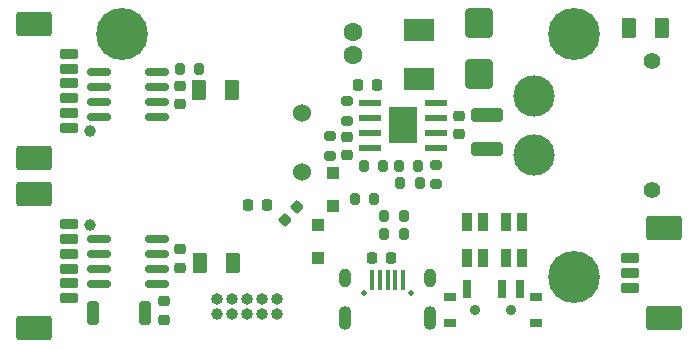
<source format=gts>
G04 #@! TF.GenerationSoftware,KiCad,Pcbnew,8.0.1*
G04 #@! TF.CreationDate,2024-03-31T00:43:18+03:00*
G04 #@! TF.ProjectId,Master board,4d617374-6572-4206-926f-6172642e6b69,rev?*
G04 #@! TF.SameCoordinates,Original*
G04 #@! TF.FileFunction,Soldermask,Top*
G04 #@! TF.FilePolarity,Negative*
%FSLAX46Y46*%
G04 Gerber Fmt 4.6, Leading zero omitted, Abs format (unit mm)*
G04 Created by KiCad (PCBNEW 8.0.1) date 2024-03-31 00:43:18*
%MOMM*%
%LPD*%
G01*
G04 APERTURE LIST*
G04 Aperture macros list*
%AMRoundRect*
0 Rectangle with rounded corners*
0 $1 Rounding radius*
0 $2 $3 $4 $5 $6 $7 $8 $9 X,Y pos of 4 corners*
0 Add a 4 corners polygon primitive as box body*
4,1,4,$2,$3,$4,$5,$6,$7,$8,$9,$2,$3,0*
0 Add four circle primitives for the rounded corners*
1,1,$1+$1,$2,$3*
1,1,$1+$1,$4,$5*
1,1,$1+$1,$6,$7*
1,1,$1+$1,$8,$9*
0 Add four rect primitives between the rounded corners*
20,1,$1+$1,$2,$3,$4,$5,0*
20,1,$1+$1,$4,$5,$6,$7,0*
20,1,$1+$1,$6,$7,$8,$9,0*
20,1,$1+$1,$8,$9,$2,$3,0*%
G04 Aperture macros list end*
%ADD10C,1.600000*%
%ADD11RoundRect,0.225000X0.250000X-0.225000X0.250000X0.225000X-0.250000X0.225000X-0.250000X-0.225000X0*%
%ADD12C,0.500000*%
%ADD13R,0.400000X1.800000*%
%ADD14O,1.090000X2.000000*%
%ADD15O,1.050000X1.600000*%
%ADD16RoundRect,0.200000X-0.600000X0.200000X-0.600000X-0.200000X0.600000X-0.200000X0.600000X0.200000X0*%
%ADD17RoundRect,0.250001X-1.249999X0.799999X-1.249999X-0.799999X1.249999X-0.799999X1.249999X0.799999X0*%
%ADD18C,0.900000*%
%ADD19R,0.700000X1.500000*%
%ADD20R,1.000000X0.800000*%
%ADD21RoundRect,0.250000X-0.375000X-0.625000X0.375000X-0.625000X0.375000X0.625000X-0.375000X0.625000X0*%
%ADD22RoundRect,0.250000X0.250000X-0.750000X0.250000X0.750000X-0.250000X0.750000X-0.250000X-0.750000X0*%
%ADD23R,2.500000X1.900000*%
%ADD24C,1.000000*%
%ADD25O,1.000000X1.000000*%
%ADD26RoundRect,0.225000X-0.017678X0.335876X-0.335876X0.017678X0.017678X-0.335876X0.335876X-0.017678X0*%
%ADD27RoundRect,0.200000X-0.200000X-0.275000X0.200000X-0.275000X0.200000X0.275000X-0.200000X0.275000X0*%
%ADD28C,1.524000*%
%ADD29RoundRect,0.250000X-0.300000X0.300000X-0.300000X-0.300000X0.300000X-0.300000X0.300000X0.300000X0*%
%ADD30RoundRect,0.250000X0.300000X-0.300000X0.300000X0.300000X-0.300000X0.300000X-0.300000X-0.300000X0*%
%ADD31C,0.700000*%
%ADD32C,4.400000*%
%ADD33RoundRect,0.225000X-0.225000X-0.250000X0.225000X-0.250000X0.225000X0.250000X-0.225000X0.250000X0*%
%ADD34RoundRect,0.250000X0.375000X0.625000X-0.375000X0.625000X-0.375000X-0.625000X0.375000X-0.625000X0*%
%ADD35RoundRect,0.250000X1.100000X-0.325000X1.100000X0.325000X-1.100000X0.325000X-1.100000X-0.325000X0*%
%ADD36R,0.900000X1.500000*%
%ADD37RoundRect,0.150000X0.825000X0.150000X-0.825000X0.150000X-0.825000X-0.150000X0.825000X-0.150000X0*%
%ADD38RoundRect,0.225000X-0.250000X0.225000X-0.250000X-0.225000X0.250000X-0.225000X0.250000X0.225000X0*%
%ADD39RoundRect,0.200000X0.200000X0.275000X-0.200000X0.275000X-0.200000X-0.275000X0.200000X-0.275000X0*%
%ADD40R,1.910000X0.610000*%
%ADD41R,1.205000X1.550000*%
%ADD42RoundRect,0.200000X0.600000X-0.200000X0.600000X0.200000X-0.600000X0.200000X-0.600000X-0.200000X0*%
%ADD43RoundRect,0.250001X1.249999X-0.799999X1.249999X0.799999X-1.249999X0.799999X-1.249999X-0.799999X0*%
%ADD44RoundRect,0.200000X0.275000X-0.200000X0.275000X0.200000X-0.275000X0.200000X-0.275000X-0.200000X0*%
%ADD45RoundRect,0.250000X0.900000X-1.000000X0.900000X1.000000X-0.900000X1.000000X-0.900000X-1.000000X0*%
%ADD46C,1.400000*%
%ADD47C,3.500000*%
%ADD48RoundRect,0.225000X0.225000X0.250000X-0.225000X0.250000X-0.225000X-0.250000X0.225000X-0.250000X0*%
G04 APERTURE END LIST*
D10*
X136436250Y-70427613D03*
X136436250Y-68427613D03*
D11*
X121844000Y-74530000D03*
X121844000Y-72980000D03*
D12*
X141412000Y-90534000D03*
X137412000Y-90534000D03*
D13*
X138112000Y-89434000D03*
X138762000Y-89434000D03*
X139412000Y-89434000D03*
X140062000Y-89434000D03*
X140712000Y-89434000D03*
D14*
X143012000Y-92684000D03*
D15*
X143012000Y-89234000D03*
D14*
X135812000Y-92684000D03*
D15*
X135812000Y-89234000D03*
D16*
X112399000Y-84732000D03*
X112399000Y-85982000D03*
X112399000Y-87232000D03*
X112399000Y-88482000D03*
X112399000Y-89732000D03*
X112399000Y-90982000D03*
D17*
X109499000Y-82182000D03*
X109499000Y-93532000D03*
D18*
X146842000Y-92007000D03*
X149842000Y-92007000D03*
D19*
X146092000Y-90247000D03*
X149092000Y-90247000D03*
X150592000Y-90247000D03*
D20*
X144692000Y-90897000D03*
X144692000Y-93107000D03*
X151992000Y-90897000D03*
X151992000Y-93107000D03*
D21*
X159866500Y-68091000D03*
X162666500Y-68091000D03*
D22*
X114427000Y-92235000D03*
X118877000Y-92235000D03*
D23*
X142043250Y-72400500D03*
X142043250Y-68300500D03*
D24*
X124991000Y-92310000D03*
D25*
X124991000Y-91040000D03*
X126261000Y-92310000D03*
X126261000Y-91040000D03*
X127531000Y-92310000D03*
X127531000Y-91040000D03*
X128801000Y-92310000D03*
X128801000Y-91040000D03*
X130071000Y-92310000D03*
X130071000Y-91040000D03*
D11*
X121870000Y-88404000D03*
X121870000Y-86854000D03*
D26*
X131778000Y-83240499D03*
X130681984Y-84336515D03*
D27*
X139117000Y-85557000D03*
X140767000Y-85557000D03*
D11*
X145463500Y-77110000D03*
X145463500Y-75560000D03*
D28*
X132147000Y-80269000D03*
X132147000Y-75269000D03*
D29*
X133487000Y-84784501D03*
X133487000Y-87584499D03*
D27*
X136630000Y-82591000D03*
X138280000Y-82591000D03*
D30*
X134798000Y-83171000D03*
X134798000Y-80371000D03*
D31*
X115249000Y-68597000D03*
X115732274Y-67430274D03*
X115732274Y-69763726D03*
X116899000Y-66947000D03*
D32*
X116899000Y-68597000D03*
D31*
X116899000Y-70247000D03*
X118065726Y-67430274D03*
X118065726Y-69763726D03*
X118549000Y-68597000D03*
D33*
X138112000Y-87574499D03*
X139662000Y-87574499D03*
D34*
X126255000Y-73396000D03*
X123455000Y-73396000D03*
D21*
X123486000Y-88007000D03*
X126286000Y-88007000D03*
D33*
X136932250Y-72906000D03*
X138482250Y-72906000D03*
D35*
X147830000Y-78385000D03*
X147830000Y-75435000D03*
D16*
X112399000Y-70292000D03*
X112399000Y-71542000D03*
X112399000Y-72792000D03*
X112399000Y-74042000D03*
X112399000Y-75292000D03*
X112399000Y-76542000D03*
D17*
X109499000Y-67742000D03*
X109499000Y-79092000D03*
D36*
X146118001Y-84524000D03*
X147518001Y-84524000D03*
X146118001Y-87624000D03*
X147518001Y-87624000D03*
D37*
X119905000Y-89757000D03*
X119905000Y-88487000D03*
X119905000Y-87217000D03*
X119905000Y-85947000D03*
X114955000Y-85947000D03*
X114955000Y-87217000D03*
X114955000Y-88487000D03*
X114955000Y-89757000D03*
D38*
X120456000Y-91258000D03*
X120456000Y-92808000D03*
D37*
X119886000Y-75660000D03*
X119886000Y-74390000D03*
X119886000Y-73120000D03*
X119886000Y-71850000D03*
X114936000Y-71850000D03*
X114936000Y-73120000D03*
X114936000Y-74390000D03*
X114936000Y-75660000D03*
D27*
X139117000Y-84054000D03*
X140767000Y-84054000D03*
X140486000Y-81250000D03*
X142136000Y-81250000D03*
D39*
X141994500Y-79770000D03*
X140344500Y-79770000D03*
D40*
X137945500Y-74431000D03*
X137945500Y-75701000D03*
X137945500Y-76971000D03*
X137945500Y-78241000D03*
X143505500Y-78241000D03*
X143505500Y-76971000D03*
X143505500Y-75701000D03*
X143505500Y-74431000D03*
D41*
X140123000Y-75561000D03*
X140123000Y-77111000D03*
X141328000Y-75561000D03*
X141328000Y-77111000D03*
D42*
X159899000Y-90117000D03*
X159899000Y-88867000D03*
X159899000Y-87617000D03*
D43*
X162799000Y-92667000D03*
X162799000Y-85067000D03*
D44*
X143524000Y-81345000D03*
X143524000Y-79695000D03*
D36*
X149419499Y-84524000D03*
X150819499Y-84524000D03*
X149419499Y-87624000D03*
X150819499Y-87624000D03*
D45*
X147173250Y-71997000D03*
X147173250Y-67697000D03*
D39*
X139034500Y-79770000D03*
X137384500Y-79770000D03*
D44*
X134530000Y-78912000D03*
X134530000Y-77262000D03*
D46*
X161799000Y-70865000D03*
X161799000Y-81865000D03*
D47*
X151799000Y-78865000D03*
X151799000Y-73865000D03*
D11*
X135993000Y-78862000D03*
X135993000Y-77312000D03*
D31*
X153549000Y-89197000D03*
X154032274Y-88030274D03*
X154032274Y-90363726D03*
X155199000Y-87547000D03*
D32*
X155199000Y-89197000D03*
D31*
X155199000Y-90847000D03*
X156365726Y-88030274D03*
X156365726Y-90363726D03*
X156849000Y-89197000D03*
D48*
X129176000Y-83093000D03*
X127626000Y-83093000D03*
D39*
X123474500Y-71544000D03*
X121824500Y-71544000D03*
D44*
X135993000Y-75948000D03*
X135993000Y-74298000D03*
D31*
X153549000Y-68597000D03*
X154032274Y-67430274D03*
X154032274Y-69763726D03*
X155199000Y-66947000D03*
D32*
X155199000Y-68597000D03*
D31*
X155199000Y-70247000D03*
X156365726Y-67430274D03*
X156365726Y-69763726D03*
X156849000Y-68597000D03*
D24*
X114229500Y-76809000D03*
X114229500Y-84809000D03*
M02*

</source>
